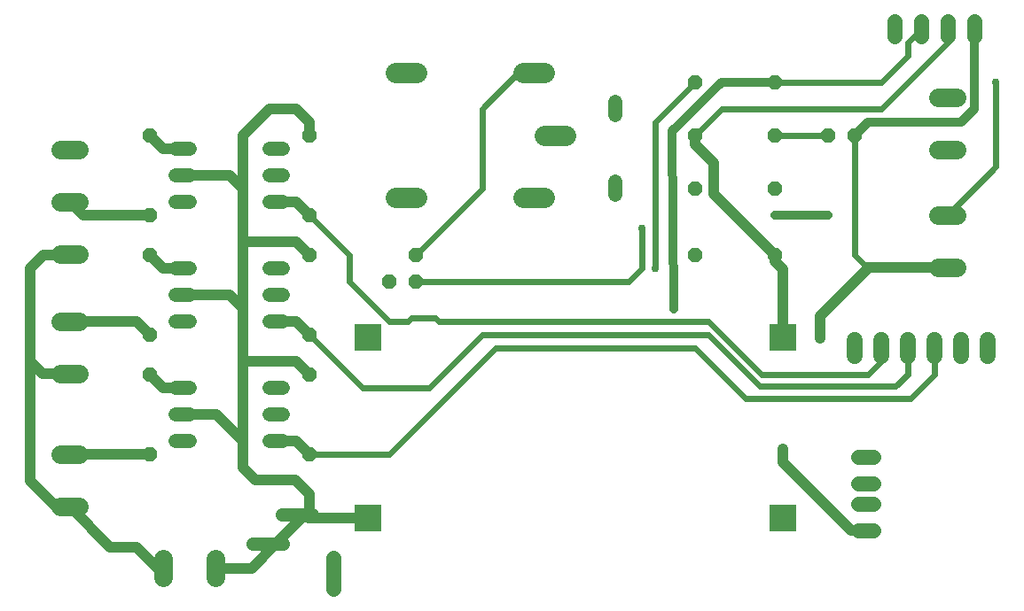
<source format=gbr>
G04 EAGLE Gerber X2 export*
%TF.Part,Single*%
%TF.FileFunction,Copper,L2,Bot,Mixed*%
%TF.FilePolarity,Positive*%
%TF.GenerationSoftware,Autodesk,EAGLE,8.7.0*%
%TF.CreationDate,2018-11-06T21:30:33Z*%
G75*
%MOMM*%
%FSLAX34Y34*%
%LPD*%
%AMOC8*
5,1,8,0,0,1.08239X$1,22.5*%
G01*
%ADD10C,1.790700*%
%ADD11C,1.320800*%
%ADD12C,1.524000*%
%ADD13C,1.981200*%
%ADD14P,1.429621X8X22.500000*%
%ADD15P,1.429621X8X112.500000*%
%ADD16P,1.429621X8X202.500000*%
%ADD17P,1.429621X8X292.500000*%
%ADD18R,2.500000X2.500000*%
%ADD19C,1.458000*%
%ADD20C,1.422400*%
%ADD21C,1.400000*%
%ADD22C,1.308000*%
%ADD23C,1.016000*%
%ADD24C,0.609600*%
%ADD25C,0.756400*%
%ADD26C,0.812800*%


D10*
X910654Y330600D02*
X892747Y330600D01*
X892747Y380600D02*
X910654Y380600D01*
D11*
X584200Y399796D02*
X584200Y413004D01*
X584200Y475996D02*
X584200Y489204D01*
D10*
X72454Y102000D02*
X54547Y102000D01*
X54547Y152000D02*
X72454Y152000D01*
X72454Y229000D02*
X54547Y229000D01*
X54547Y279000D02*
X72454Y279000D01*
X72654Y343700D02*
X54747Y343700D01*
X54747Y393700D02*
X72654Y393700D01*
X72654Y443700D02*
X54747Y443700D01*
D12*
X812800Y261620D02*
X812800Y246380D01*
X838200Y246380D02*
X838200Y261620D01*
X863600Y261620D02*
X863600Y246380D01*
X889000Y246380D02*
X889000Y261620D01*
X914400Y261620D02*
X914400Y246380D01*
X939800Y246380D02*
X939800Y261620D01*
D13*
X536956Y457200D02*
X517144Y457200D01*
X516636Y516890D02*
X496824Y516890D01*
X496824Y397510D02*
X516636Y397510D01*
X394716Y397510D02*
X374904Y397510D01*
X374904Y516890D02*
X394716Y516890D01*
D14*
X787400Y457200D03*
X812800Y457200D03*
D11*
X177800Y444500D02*
X164592Y444500D01*
X164592Y419100D02*
X177800Y419100D01*
X254000Y419100D02*
X267208Y419100D01*
X267208Y444500D02*
X254000Y444500D01*
X177800Y393700D02*
X164592Y393700D01*
X254000Y393700D02*
X267208Y393700D01*
X177800Y215900D02*
X164592Y215900D01*
X164592Y190500D02*
X177800Y190500D01*
X254000Y190500D02*
X267208Y190500D01*
X267208Y215900D02*
X254000Y215900D01*
X177800Y165100D02*
X164592Y165100D01*
X254000Y165100D02*
X267208Y165100D01*
X177800Y330200D02*
X164592Y330200D01*
X164592Y304800D02*
X177800Y304800D01*
X254000Y304800D02*
X267208Y304800D01*
X267208Y330200D02*
X254000Y330200D01*
X177800Y279400D02*
X164592Y279400D01*
X254000Y279400D02*
X267208Y279400D01*
D10*
X892747Y443630D02*
X910654Y443630D01*
X910654Y493630D02*
X892747Y493630D01*
X152800Y52134D02*
X152800Y34227D01*
X202800Y34227D02*
X202800Y52134D01*
D15*
X139700Y381000D03*
X139700Y457200D03*
D14*
X660400Y508000D03*
X736600Y508000D03*
X660400Y342900D03*
X736600Y342900D03*
D15*
X139700Y152400D03*
X139700Y228600D03*
X139700Y266700D03*
X139700Y342900D03*
D16*
X736600Y406400D03*
X660400Y406400D03*
D17*
X292100Y457200D03*
X292100Y381000D03*
X292100Y228600D03*
X292100Y152400D03*
X292100Y342900D03*
X292100Y266700D03*
D14*
X660400Y457200D03*
X736600Y457200D03*
X368300Y317500D03*
X393700Y317500D03*
X393700Y342900D03*
D18*
X347980Y264160D03*
X347980Y91440D03*
X744220Y91440D03*
X744220Y264160D03*
D19*
X816510Y104300D02*
X831090Y104300D01*
X831090Y124300D02*
X816510Y124300D01*
X816510Y79300D02*
X831090Y79300D01*
X831090Y149300D02*
X816510Y149300D01*
D20*
X850900Y551688D02*
X850900Y565912D01*
X876300Y565912D02*
X876300Y551688D01*
X901700Y551688D02*
X901700Y565912D01*
X927100Y565912D02*
X927100Y551688D01*
D21*
X315700Y37100D02*
X315700Y23100D01*
D22*
X295240Y94100D02*
X282160Y94100D01*
X267240Y66100D02*
X254160Y66100D01*
D21*
X315700Y53100D02*
X315700Y39100D01*
D22*
X279240Y94100D02*
X266160Y94100D01*
X251240Y66100D02*
X238160Y66100D01*
D23*
X63500Y102000D02*
X50400Y102000D01*
X25400Y127000D02*
X25400Y241300D01*
X25400Y330200D01*
X38100Y342900D01*
X63500Y342900D01*
X63700Y343100D01*
X63700Y343700D01*
X25400Y127000D02*
X50400Y102000D01*
X37700Y229000D02*
X63500Y229000D01*
X37700Y229000D02*
X25400Y241300D01*
X63500Y102000D02*
X102000Y63500D01*
D24*
X901700Y380600D02*
X947958Y426858D01*
X947958Y508000D01*
D25*
X947958Y508000D03*
X787400Y381000D03*
D26*
X736600Y381000D01*
D25*
X736600Y381000D03*
D23*
X127000Y63500D02*
X101600Y63500D01*
X147320Y43180D02*
X152800Y43180D01*
X147320Y43180D02*
X127000Y63500D01*
X228600Y139700D02*
X240900Y127400D01*
X228600Y457200D02*
X254000Y482600D01*
X279400Y482600D01*
X292100Y469900D01*
X292100Y457200D01*
X228600Y165100D02*
X228600Y139700D01*
X228600Y165100D02*
X228600Y241300D01*
X228600Y292100D01*
X228600Y355600D01*
X228600Y406400D01*
X228600Y457200D01*
X215900Y419100D02*
X177800Y419100D01*
X215900Y419100D02*
X228600Y406400D01*
X215900Y304800D02*
X177800Y304800D01*
X215900Y304800D02*
X228600Y292100D01*
X203200Y190500D02*
X177800Y190500D01*
X203200Y190500D02*
X228600Y165100D01*
X292100Y342900D02*
X279400Y355600D01*
X228600Y355600D01*
X279400Y241300D02*
X292100Y228600D01*
X279400Y241300D02*
X228600Y241300D01*
D24*
X812800Y342900D02*
X812800Y457200D01*
X812800Y342900D02*
X825500Y330200D01*
D25*
X779780Y262890D03*
D23*
X779780Y284480D01*
X825500Y330200D01*
X825900Y330600D01*
X901700Y330600D01*
D26*
X927100Y482600D02*
X927100Y558800D01*
X927100Y482600D02*
X914400Y469900D01*
X825500Y469900D01*
X812800Y457200D01*
D23*
X279000Y127400D02*
X240900Y127400D01*
X288700Y94100D02*
X260700Y66100D01*
X288700Y94100D02*
X291360Y91440D01*
X347980Y91440D01*
X292384Y114016D02*
X279000Y127400D01*
X292384Y114016D02*
X292384Y94100D01*
X260700Y66100D02*
X237780Y43180D01*
X202800Y43180D01*
D24*
X863600Y546100D02*
X876300Y558800D01*
X863600Y546100D02*
X863600Y533400D01*
X838200Y508000D01*
X736600Y508000D01*
D26*
X685800Y508000D01*
X638810Y461010D01*
X640080Y290808D01*
D25*
X640080Y290808D03*
D23*
X177800Y215900D02*
X152400Y215900D01*
X139700Y228600D01*
X139300Y152000D02*
X63500Y152000D01*
X139300Y152000D02*
X139700Y152400D01*
X152400Y330200D02*
X177800Y330200D01*
X152400Y330200D02*
X139700Y342900D01*
X254000Y279400D02*
X279400Y279400D01*
X292100Y266700D01*
D24*
X863600Y254000D02*
X863600Y228600D01*
X852408Y217408D01*
X722392Y217408D02*
X673100Y266700D01*
X457200Y266700D01*
X342900Y215900D02*
X292100Y266700D01*
X722392Y217408D02*
X852408Y217408D01*
X457200Y266700D02*
X406400Y215900D01*
X342900Y215900D01*
X660400Y457200D02*
X685800Y482600D01*
X838200Y482600D02*
X901700Y546100D01*
X901700Y558800D01*
X838200Y482600D02*
X685800Y482600D01*
D23*
X809700Y79300D02*
X823800Y79300D01*
X744220Y144780D02*
X744220Y157480D01*
D25*
X744220Y157480D03*
D23*
X744220Y144780D02*
X809700Y79300D01*
X736600Y336550D02*
X736600Y342900D01*
X744220Y328930D02*
X744220Y264160D01*
X744220Y328930D02*
X736600Y336550D01*
X736600Y342900D02*
X678180Y401320D01*
X678180Y430530D01*
X660400Y448310D01*
X660400Y457200D01*
D25*
X609600Y368300D03*
D24*
X609600Y330200D02*
X596900Y317500D01*
X609600Y330200D02*
X609600Y368300D01*
X596900Y317500D02*
X393700Y317500D01*
X622300Y469900D02*
X660400Y508000D01*
X622300Y469900D02*
X622300Y330200D01*
D25*
X622300Y330200D03*
D24*
X457200Y406400D02*
X393700Y342900D01*
X457200Y406400D02*
X457200Y482600D01*
X491490Y516890D01*
X506730Y516890D01*
X736600Y457200D02*
X787400Y457200D01*
D23*
X279400Y165100D02*
X254000Y165100D01*
X279400Y165100D02*
X292100Y152400D01*
D24*
X889000Y228600D02*
X889000Y254000D01*
X889000Y228600D02*
X866140Y205740D01*
X660400Y254000D02*
X469900Y254000D01*
X368300Y152400D01*
X292100Y152400D01*
X708660Y205740D02*
X866140Y205740D01*
X708660Y205740D02*
X660400Y254000D01*
D23*
X177800Y444500D02*
X152400Y444500D01*
X139700Y457200D01*
X254000Y393700D02*
X279400Y393700D01*
X292100Y381000D01*
D24*
X330200Y342900D01*
X330200Y317500D01*
X368300Y279400D01*
X838200Y254000D02*
X838200Y241300D01*
X825500Y228600D01*
X723900Y228600D01*
X673100Y279400D02*
X415812Y279400D01*
X413004Y282208D01*
X389636Y282208D01*
X386828Y279400D01*
X368300Y279400D01*
X673100Y279400D02*
X723900Y228600D01*
D23*
X127400Y279000D02*
X63500Y279000D01*
X127400Y279000D02*
X139700Y266700D01*
X139700Y381000D02*
X76400Y381000D01*
X63700Y393700D01*
M02*

</source>
